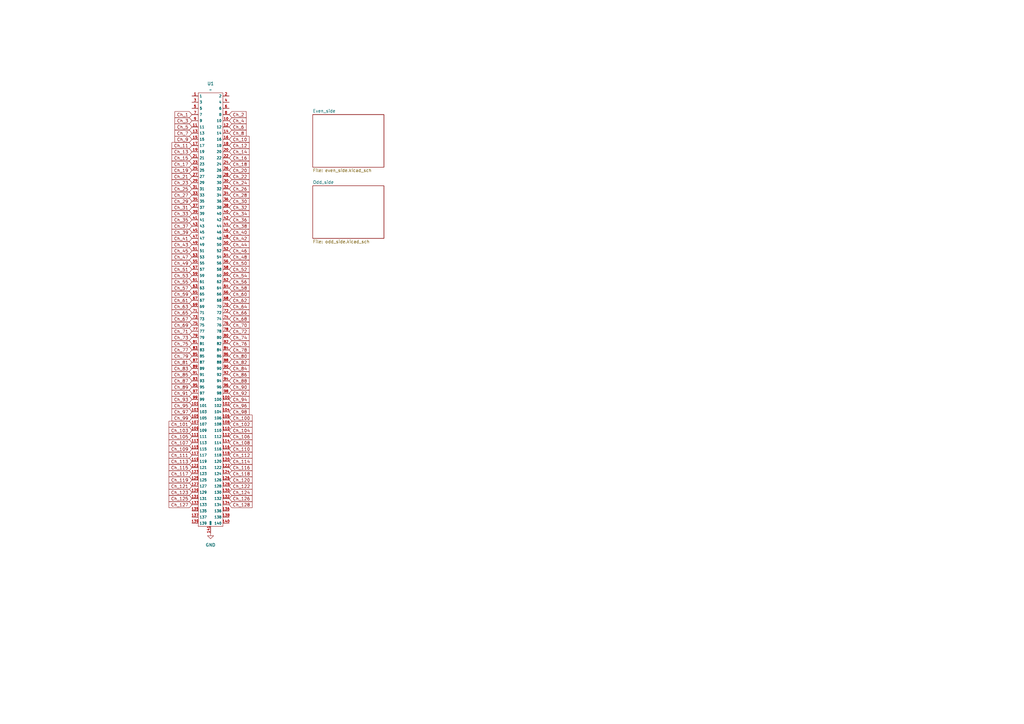
<source format=kicad_sch>
(kicad_sch (version 20231120) (generator "eeschema") (generator_version "8.0")
  (paper "A3")
  (lib_symbols
    (symbol "FX10:FX10-140"
      (property "Reference" "U1" (at 5.08 1.27 0))
      (property "Value" "~" (at 5.08 -1.27 0))
      (symbol "FX10-140_0_1"
        (rectangle (start 0 -2.54) (end 10.16 -180.34))
      )
      (symbol "FX10-140_1_1"
        (pin input line (at 12.7 -3.81 180) (length 2.54) (name "1") (number "1"))
        (pin input line (at -2.54 -13.97 0) (length 2.54) (name "10") (number "10"))
        (pin input line (at -2.54 -128.27 0) (length 2.54) (name "100") (number "100"))
        (pin input line (at 12.7 -130.81 180) (length 2.54) (name "101") (number "101"))
        (pin input line (at -2.54 -130.81 0) (length 2.54) (name "102") (number "102"))
        (pin input line (at 12.7 -133.35 180) (length 2.54) (name "103") (number "103"))
        (pin input line (at -2.54 -133.35 0) (length 2.54) (name "104") (number "104"))
        (pin input line (at 12.7 -135.89 180) (length 2.54) (name "105") (number "105"))
        (pin input line (at -2.54 -135.89 0) (length 2.54) (name "106") (number "106"))
        (pin input line (at 12.7 -138.43 180) (length 2.54) (name "107") (number "107"))
        (pin input line (at -2.54 -138.43 0) (length 2.54) (name "108") (number "108"))
        (pin input line (at 12.7 -140.97 180) (length 2.54) (name "109") (number "109"))
        (pin input line (at 12.7 -16.51 180) (length 2.54) (name "11") (number "11"))
        (pin input line (at -2.54 -140.97 0) (length 2.54) (name "110") (number "110"))
        (pin input line (at 12.7 -143.51 180) (length 2.54) (name "111") (number "111"))
        (pin input line (at -2.54 -143.51 0) (length 2.54) (name "112") (number "112"))
        (pin input line (at 12.7 -146.05 180) (length 2.54) (name "113") (number "113"))
        (pin input line (at -2.54 -146.05 0) (length 2.54) (name "114") (number "114"))
        (pin input line (at 12.7 -148.59 180) (length 2.54) (name "115") (number "115"))
        (pin input line (at -2.54 -148.59 0) (length 2.54) (name "116") (number "116"))
        (pin input line (at 12.7 -151.13 180) (length 2.54) (name "117") (number "117"))
        (pin input line (at -2.54 -151.13 0) (length 2.54) (name "118") (number "118"))
        (pin input line (at 12.7 -153.67 180) (length 2.54) (name "119") (number "119"))
        (pin input line (at -2.54 -16.51 0) (length 2.54) (name "12") (number "12"))
        (pin input line (at -2.54 -153.67 0) (length 2.54) (name "120") (number "120"))
        (pin input line (at 12.7 -156.21 180) (length 2.54) (name "121") (number "121"))
        (pin input line (at -2.54 -156.21 0) (length 2.54) (name "122") (number "122"))
        (pin input line (at 12.7 -158.75 180) (length 2.54) (name "123") (number "123"))
        (pin input line (at -2.54 -158.75 0) (length 2.54) (name "124") (number "124"))
        (pin input line (at 12.7 -161.29 180) (length 2.54) (name "125") (number "125"))
        (pin input line (at -2.54 -161.29 0) (length 2.54) (name "126") (number "126"))
        (pin input line (at 12.7 -163.83 180) (length 2.54) (name "127") (number "127"))
        (pin input line (at -2.54 -163.83 0) (length 2.54) (name "128") (number "128"))
        (pin input line (at 12.7 -166.37 180) (length 2.54) (name "129") (number "129"))
        (pin input line (at 12.7 -19.05 180) (length 2.54) (name "13") (number "13"))
        (pin input line (at -2.54 -166.37 0) (length 2.54) (name "130") (number "130"))
        (pin input line (at 12.7 -168.91 180) (length 2.54) (name "131") (number "131"))
        (pin input line (at -2.54 -168.91 0) (length 2.54) (name "132") (number "132"))
        (pin input line (at 12.7 -171.45 180) (length 2.54) (name "133") (number "133"))
        (pin input line (at -2.54 -171.45 0) (length 2.54) (name "134") (number "134"))
        (pin input line (at 12.7 -173.99 180) (length 2.54) (name "135") (number "135"))
        (pin input line (at -2.54 -173.99 0) (length 2.54) (name "136") (number "136"))
        (pin input line (at 12.7 -176.53 180) (length 2.54) (name "137") (number "137"))
        (pin input line (at -2.54 -176.53 0) (length 2.54) (name "138") (number "138"))
        (pin input line (at 12.7 -179.07 180) (length 2.54) (name "139") (number "139"))
        (pin input line (at -2.54 -19.05 0) (length 2.54) (name "14") (number "14"))
        (pin input line (at -2.54 -179.07 0) (length 2.54) (name "140") (number "140"))
        (pin input line (at 5.08 -182.88 90) (length 2.54) (name "GND") (number "141"))
        (pin input line (at 12.7 -21.59 180) (length 2.54) (name "15") (number "15"))
        (pin input line (at -2.54 -21.59 0) (length 2.54) (name "16") (number "16"))
        (pin input line (at 12.7 -24.13 180) (length 2.54) (name "17") (number "17"))
        (pin input line (at -2.54 -24.13 0) (length 2.54) (name "18") (number "18"))
        (pin input line (at 12.7 -26.67 180) (length 2.54) (name "19") (number "19"))
        (pin input line (at -2.54 -3.81 0) (length 2.54) (name "2") (number "2"))
        (pin input line (at -2.54 -26.67 0) (length 2.54) (name "20") (number "20"))
        (pin input line (at 12.7 -29.21 180) (length 2.54) (name "21") (number "21"))
        (pin input line (at -2.54 -29.21 0) (length 2.54) (name "22") (number "22"))
        (pin input line (at 12.7 -31.75 180) (length 2.54) (name "23") (number "23"))
        (pin input line (at -2.54 -31.75 0) (length 2.54) (name "24") (number "24"))
        (pin input line (at 12.7 -34.29 180) (length 2.54) (name "25") (number "25"))
        (pin input line (at -2.54 -34.29 0) (length 2.54) (name "26") (number "26"))
        (pin input line (at 12.7 -36.83 180) (length 2.54) (name "27") (number "27"))
        (pin input line (at -2.54 -36.83 0) (length 2.54) (name "28") (number "28"))
        (pin input line (at 12.7 -39.37 180) (length 2.54) (name "29") (number "29"))
        (pin input line (at 12.7 -6.35 180) (length 2.54) (name "3") (number "3"))
        (pin input line (at -2.54 -39.37 0) (length 2.54) (name "30") (number "30"))
        (pin input line (at 12.7 -41.91 180) (length 2.54) (name "31") (number "31"))
        (pin input line (at -2.54 -41.91 0) (length 2.54) (name "32") (number "32"))
        (pin input line (at 12.7 -44.45 180) (length 2.54) (name "33") (number "33"))
        (pin input line (at -2.54 -44.45 0) (length 2.54) (name "34") (number "34"))
        (pin input line (at 12.7 -46.99 180) (length 2.54) (name "35") (number "35"))
        (pin input line (at -2.54 -46.99 0) (length 2.54) (name "36") (number "36"))
        (pin input line (at 12.7 -49.53 180) (length 2.54) (name "37") (number "37"))
        (pin input line (at -2.54 -49.53 0) (length 2.54) (name "38") (number "38"))
        (pin input line (at 12.7 -52.07 180) (length 2.54) (name "39") (number "39"))
        (pin input line (at -2.54 -6.35 0) (length 2.54) (name "4") (number "4"))
        (pin input line (at -2.54 -52.07 0) (length 2.54) (name "40") (number "40"))
        (pin input line (at 12.7 -54.61 180) (length 2.54) (name "41") (number "41"))
        (pin input line (at -2.54 -54.61 0) (length 2.54) (name "42") (number "42"))
        (pin input line (at 12.7 -57.15 180) (length 2.54) (name "43") (number "43"))
        (pin input line (at -2.54 -57.15 0) (length 2.54) (name "44") (number "44"))
        (pin input line (at 12.7 -59.69 180) (length 2.54) (name "45") (number "45"))
        (pin input line (at -2.54 -59.69 0) (length 2.54) (name "46") (number "46"))
        (pin input line (at 12.7 -62.23 180) (length 2.54) (name "47") (number "47"))
        (pin input line (at -2.54 -62.23 0) (length 2.54) (name "48") (number "48"))
        (pin input line (at 12.7 -64.77 180) (length 2.54) (name "49") (number "49"))
        (pin input line (at 12.7 -8.89 180) (length 2.54) (name "5") (number "5"))
        (pin input line (at -2.54 -64.77 0) (length 2.54) (name "50") (number "50"))
        (pin input line (at 12.7 -67.31 180) (length 2.54) (name "51") (number "51"))
        (pin input line (at -2.54 -67.31 0) (length 2.54) (name "52") (number "52"))
        (pin input line (at 12.7 -69.85 180) (length 2.54) (name "53") (number "53"))
        (pin input line (at -2.54 -69.85 0) (length 2.54) (name "54") (number "54"))
        (pin input line (at 12.7 -72.39 180) (length 2.54) (name "55") (number "55"))
        (pin input line (at -2.54 -72.39 0) (length 2.54) (name "56") (number "56"))
        (pin input line (at 12.7 -74.93 180) (length 2.54) (name "57") (number "57"))
        (pin input line (at -2.54 -74.93 0) (length 2.54) (name "58") (number "58"))
        (pin input line (at 12.7 -77.47 180) (length 2.54) (name "59") (number "59"))
        (pin input line (at -2.54 -8.89 0) (length 2.54) (name "6") (number "6"))
        (pin input line (at -2.54 -77.47 0) (length 2.54) (name "60") (number "60"))
        (pin input line (at 12.7 -80.01 180) (length 2.54) (name "61") (number "61"))
        (pin input line (at -2.54 -80.01 0) (length 2.54) (name "62") (number "62"))
        (pin input line (at 12.7 -82.55 180) (length 2.54) (name "63") (number "63"))
        (pin input line (at -2.54 -82.55 0) (length 2.54) (name "64") (number "64"))
        (pin input line (at 12.7 -85.09 180) (length 2.54) (name "65") (number "65"))
        (pin input line (at -2.54 -85.09 0) (length 2.54) (name "66") (number "66"))
        (pin input line (at 12.7 -87.63 180) (length 2.54) (name "67") (number "67"))
        (pin input line (at -2.54 -87.63 0) (length 2.54) (name "68") (number "68"))
        (pin input line (at 12.7 -90.17 180) (length 2.54) (name "69") (number "69"))
        (pin input line (at 12.7 -11.43 180) (length 2.54) (name "7") (number "7"))
        (pin input line (at -2.54 -90.17 0) (length 2.54) (name "70") (number "70"))
        (pin input line (at 12.7 -92.71 180) (length 2.54) (name "71") (number "71"))
        (pin input line (at -2.54 -92.71 0) (length 2.54) (name "72") (number "72"))
        (pin input line (at 12.7 -95.25 180) (length 2.54) (name "73") (number "73"))
        (pin input line (at -2.54 -95.25 0) (length 2.54) (name "74") (number "74"))
        (pin input line (at 12.7 -97.79 180) (length 2.54) (name "75") (number "75"))
        (pin input line (at -2.54 -97.79 0) (length 2.54) (name "76") (number "76"))
        (pin input line (at 12.7 -100.33 180) (length 2.54) (name "77") (number "77"))
        (pin input line (at -2.54 -100.33 0) (length 2.54) (name "78") (number "78"))
        (pin input line (at 12.7 -102.87 180) (length 2.54) (name "79") (number "79"))
        (pin input line (at -2.54 -11.43 0) (length 2.54) (name "8") (number "8"))
        (pin input line (at -2.54 -102.87 0) (length 2.54) (name "80") (number "80"))
        (pin input line (at 12.7 -105.41 180) (length 2.54) (name "81") (number "81"))
        (pin input line (at -2.54 -105.41 0) (length 2.54) (name "82") (number "82"))
        (pin input line (at 12.7 -107.95 180) (length 2.54) (name "83") (number "83"))
        (pin input line (at -2.54 -107.95 0) (length 2.54) (name "84") (number "84"))
        (pin input line (at 12.7 -110.49 180) (length 2.54) (name "85") (number "85"))
        (pin input line (at -2.54 -110.49 0) (length 2.54) (name "86") (number "86"))
        (pin input line (at 12.7 -113.03 180) (length 2.54) (name "87") (number "87"))
        (pin input line (at -2.54 -113.03 0) (length 2.54) (name "88") (number "88"))
        (pin input line (at 12.7 -115.57 180) (length 2.54) (name "89") (number "89"))
        (pin input line (at 12.7 -13.97 180) (length 2.54) (name "9") (number "9"))
        (pin input line (at -2.54 -115.57 0) (length 2.54) (name "90") (number "90"))
        (pin input line (at 12.7 -118.11 180) (length 2.54) (name "91") (number "91"))
        (pin input line (at -2.54 -118.11 0) (length 2.54) (name "92") (number "92"))
        (pin input line (at 12.7 -120.65 180) (length 2.54) (name "93") (number "93"))
        (pin input line (at -2.54 -120.65 0) (length 2.54) (name "94") (number "94"))
        (pin input line (at 12.7 -123.19 180) (length 2.54) (name "95") (number "95"))
        (pin input line (at -2.54 -123.19 0) (length 2.54) (name "96") (number "96"))
        (pin input line (at 12.7 -125.73 180) (length 2.54) (name "97") (number "97"))
        (pin input line (at -2.54 -125.73 0) (length 2.54) (name "98") (number "98"))
        (pin input line (at 12.7 -128.27 180) (length 2.54) (name "99") (number "99"))
      )
    )
    (symbol "power:GND" (power) (pin_numbers hide) (pin_names (offset 0) hide)
      (property "Value" "GND" (at 0 -3.81 0))
      (symbol "GND_0_1"
        (polyline (pts (xy 0 0) (xy 0 -1.27) (xy 1.27 -1.27) (xy 0 -2.54) (xy -1.27 -1.27) (xy 0 -1.27)))
      )
      (symbol "GND_1_1"
        (pin power_in line (at 0 0 270) (length 0) (name "~") (number "1"))
      )
    )
  )
  (global_label "Ch_92" (shape input) (at 93.98 161.29 0) (property "Intersheetrefs" "${INTERSHEET_REFS}" (effects (hide yes))))
  (global_label "Ch_69" (shape input) (at 78.74 133.35 180) (property "Intersheetrefs" "${INTERSHEET_REFS}" (effects (hide yes))))
  (global_label "Ch_83" (shape input) (at 78.74 151.13 180) (property "Intersheetrefs" "${INTERSHEET_REFS}" (effects (hide yes))))
  (global_label "Ch_107" (shape input) (at 78.74 181.61 180) (property "Intersheetrefs" "${INTERSHEET_REFS}" (effects (hide yes))))
  (global_label "Ch_3" (shape input) (at 78.74 49.53 180) (property "Intersheetrefs" "${INTERSHEET_REFS}" (effects (hide yes))))
  (global_label "Ch_34" (shape input) (at 93.98 87.63 0) (property "Intersheetrefs" "${INTERSHEET_REFS}" (effects (hide yes))))
  (global_label "Ch_45" (shape input) (at 78.74 102.87 180) (property "Intersheetrefs" "${INTERSHEET_REFS}" (effects (hide yes))))
  (global_label "Ch_95" (shape input) (at 78.74 166.37 180) (property "Intersheetrefs" "${INTERSHEET_REFS}" (effects (hide yes))))
  (global_label "Ch_68" (shape input) (at 93.98 130.81 0) (property "Intersheetrefs" "${INTERSHEET_REFS}" (effects (hide yes))))
  (global_label "Ch_25" (shape input) (at 78.74 77.47 180) (property "Intersheetrefs" "${INTERSHEET_REFS}" (effects (hide yes))))
  (global_label "Ch_65" (shape input) (at 78.74 128.27 180) (property "Intersheetrefs" "${INTERSHEET_REFS}" (effects (hide yes))))
  (global_label "Ch_55" (shape input) (at 78.74 115.57 180) (property "Intersheetrefs" "${INTERSHEET_REFS}" (effects (hide yes))))
  (global_label "Ch_50" (shape input) (at 93.98 107.95 0) (property "Intersheetrefs" "${INTERSHEET_REFS}" (effects (hide yes))))
  (global_label "Ch_31" (shape input) (at 78.74 85.09 180) (property "Intersheetrefs" "${INTERSHEET_REFS}" (effects (hide yes))))
  (global_label "Ch_7" (shape input) (at 78.74 54.61 180) (property "Intersheetrefs" "${INTERSHEET_REFS}" (effects (hide yes))))
  (global_label "Ch_13" (shape input) (at 78.74 62.23 180) (property "Intersheetrefs" "${INTERSHEET_REFS}" (effects (hide yes))))
  (global_label "Ch_96" (shape input) (at 93.98 166.37 0) (property "Intersheetrefs" "${INTERSHEET_REFS}" (effects (hide yes))))
  (global_label "Ch_84" (shape input) (at 93.98 151.13 0) (property "Intersheetrefs" "${INTERSHEET_REFS}" (effects (hide yes))))
  (global_label "Ch_70" (shape input) (at 93.98 133.35 0) (property "Intersheetrefs" "${INTERSHEET_REFS}" (effects (hide yes))))
  (global_label "Ch_90" (shape input) (at 93.98 158.75 0) (property "Intersheetrefs" "${INTERSHEET_REFS}" (effects (hide yes))))
  (global_label "Ch_74" (shape input) (at 93.98 138.43 0) (property "Intersheetrefs" "${INTERSHEET_REFS}" (effects (hide yes))))
  (global_label "Ch_108" (shape input) (at 93.98 181.61 0) (property "Intersheetrefs" "${INTERSHEET_REFS}" (effects (hide yes))))
  (global_label "Ch_1" (shape input) (at 78.74 46.99 180) (property "Intersheetrefs" "${INTERSHEET_REFS}" (effects (hide yes))))
  (global_label "Ch_73" (shape input) (at 78.74 138.43 180) (property "Intersheetrefs" "${INTERSHEET_REFS}" (effects (hide yes))))
  (global_label "Ch_87" (shape input) (at 78.74 156.21 180) (property "Intersheetrefs" "${INTERSHEET_REFS}" (effects (hide yes))))
  (global_label "Ch_8" (shape input) (at 93.98 54.61 0) (property "Intersheetrefs" "${INTERSHEET_REFS}" (effects (hide yes))))
  (global_label "Ch_114" (shape input) (at 93.98 189.23 0) (property "Intersheetrefs" "${INTERSHEET_REFS}" (effects (hide yes))))
  (global_label "Ch_35" (shape input) (at 78.74 90.17 180) (property "Intersheetrefs" "${INTERSHEET_REFS}" (effects (hide yes))))
  (global_label "Ch_51" (shape input) (at 78.74 110.49 180) (property "Intersheetrefs" "${INTERSHEET_REFS}" (effects (hide yes))))
  (global_label "Ch_14" (shape input) (at 93.98 62.23 0) (property "Intersheetrefs" "${INTERSHEET_REFS}" (effects (hide yes))))
  (global_label "Ch_27" (shape input) (at 78.74 80.01 180) (property "Intersheetrefs" "${INTERSHEET_REFS}" (effects (hide yes))))
  (global_label "Ch_59" (shape input) (at 78.74 120.65 180) (property "Intersheetrefs" "${INTERSHEET_REFS}" (effects (hide yes))))
  (global_label "Ch_78" (shape input) (at 93.98 143.51 0) (property "Intersheetrefs" "${INTERSHEET_REFS}" (effects (hide yes))))
  (global_label "Ch_12" (shape input) (at 93.98 59.69 0) (property "Intersheetrefs" "${INTERSHEET_REFS}" (effects (hide yes))))
  (global_label "Ch_48" (shape input) (at 93.98 105.41 0) (property "Intersheetrefs" "${INTERSHEET_REFS}" (effects (hide yes))))
  (global_label "Ch_5" (shape input) (at 78.74 52.07 180) (property "Intersheetrefs" "${INTERSHEET_REFS}" (effects (hide yes))))
  (global_label "Ch_98" (shape input) (at 93.98 168.91 0) (property "Intersheetrefs" "${INTERSHEET_REFS}" (effects (hide yes))))
  (global_label "Ch_100" (shape input) (at 93.98 171.45 0) (property "Intersheetrefs" "${INTERSHEET_REFS}" (effects (hide yes))))
  (global_label "Ch_61" (shape input) (at 78.74 123.19 180) (property "Intersheetrefs" "${INTERSHEET_REFS}" (effects (hide yes))))
  (global_label "Ch_104" (shape input) (at 93.98 176.53 0) (property "Intersheetrefs" "${INTERSHEET_REFS}" (effects (hide yes))))
  (global_label "Ch_39" (shape input) (at 78.74 95.25 180) (property "Intersheetrefs" "${INTERSHEET_REFS}" (effects (hide yes))))
  (global_label "Ch_80" (shape input) (at 93.98 146.05 0) (property "Intersheetrefs" "${INTERSHEET_REFS}" (effects (hide yes))))
  (global_label "Ch_42" (shape input) (at 93.98 97.79 0) (property "Intersheetrefs" "${INTERSHEET_REFS}" (effects (hide yes))))
  (global_label "Ch_91" (shape input) (at 78.74 161.29 180) (property "Intersheetrefs" "${INTERSHEET_REFS}" (effects (hide yes))))
  (global_label "Ch_21" (shape input) (at 78.74 72.39 180) (property "Intersheetrefs" "${INTERSHEET_REFS}" (effects (hide yes))))
  (global_label "Ch_93" (shape input) (at 78.74 163.83 180) (property "Intersheetrefs" "${INTERSHEET_REFS}" (effects (hide yes))))
  (global_label "Ch_88" (shape input) (at 93.98 156.21 0) (property "Intersheetrefs" "${INTERSHEET_REFS}" (effects (hide yes))))
  (global_label "Ch_56" (shape input) (at 93.98 115.57 0) (property "Intersheetrefs" "${INTERSHEET_REFS}" (effects (hide yes))))
  (global_label "Ch_103" (shape input) (at 78.74 176.53 180) (property "Intersheetrefs" "${INTERSHEET_REFS}" (effects (hide yes))))
  (global_label "Ch_24" (shape input) (at 93.98 74.93 0) (property "Intersheetrefs" "${INTERSHEET_REFS}" (effects (hide yes))))
  (global_label "Ch_127" (shape input) (at 78.74 207.01 180) (property "Intersheetrefs" "${INTERSHEET_REFS}" (effects (hide yes))))
  (global_label "Ch_63" (shape input) (at 78.74 125.73 180) (property "Intersheetrefs" "${INTERSHEET_REFS}" (effects (hide yes))))
  (global_label "Ch_49" (shape input) (at 78.74 107.95 180) (property "Intersheetrefs" "${INTERSHEET_REFS}" (effects (hide yes))))
  (global_label "Ch_11" (shape input) (at 78.74 59.69 180) (property "Intersheetrefs" "${INTERSHEET_REFS}" (effects (hide yes))))
  (global_label "Ch_43" (shape input) (at 78.74 100.33 180) (property "Intersheetrefs" "${INTERSHEET_REFS}" (effects (hide yes))))
  (global_label "Ch_119" (shape input) (at 78.74 196.85 180) (property "Intersheetrefs" "${INTERSHEET_REFS}" (effects (hide yes))))
  (global_label "Ch_89" (shape input) (at 78.74 158.75 180) (property "Intersheetrefs" "${INTERSHEET_REFS}" (effects (hide yes))))
  (global_label "Ch_18" (shape input) (at 93.98 67.31 0) (property "Intersheetrefs" "${INTERSHEET_REFS}" (effects (hide yes))))
  (global_label "Ch_4" (shape input) (at 93.98 49.53 0) (property "Intersheetrefs" "${INTERSHEET_REFS}" (effects (hide yes))))
  (global_label "Ch_116" (shape input) (at 93.98 191.77 0) (property "Intersheetrefs" "${INTERSHEET_REFS}" (effects (hide yes))))
  (global_label "Ch_86" (shape input) (at 93.98 153.67 0) (property "Intersheetrefs" "${INTERSHEET_REFS}" (effects (hide yes))))
  (global_label "Ch_47" (shape input) (at 78.74 105.41 180) (property "Intersheetrefs" "${INTERSHEET_REFS}" (effects (hide yes))))
  (global_label "Ch_79" (shape input) (at 78.74 146.05 180) (property "Intersheetrefs" "${INTERSHEET_REFS}" (effects (hide yes))))
  (global_label "Ch_33" (shape input) (at 78.74 87.63 180) (property "Intersheetrefs" "${INTERSHEET_REFS}" (effects (hide yes))))
  (global_label "Ch_115" (shape input) (at 78.74 191.77 180) (property "Intersheetrefs" "${INTERSHEET_REFS}" (effects (hide yes))))
  (global_label "Ch_46" (shape input) (at 93.98 102.87 0) (property "Intersheetrefs" "${INTERSHEET_REFS}" (effects (hide yes))))
  (global_label "Ch_94" (shape input) (at 93.98 163.83 0) (property "Intersheetrefs" "${INTERSHEET_REFS}" (effects (hide yes))))
  (global_label "Ch_77" (shape input) (at 78.74 143.51 180) (property "Intersheetrefs" "${INTERSHEET_REFS}" (effects (hide yes))))
  (global_label "Ch_30" (shape input) (at 93.98 82.55 0) (property "Intersheetrefs" "${INTERSHEET_REFS}" (effects (hide yes))))
  (global_label "Ch_60" (shape input) (at 93.98 120.65 0) (property "Intersheetrefs" "${INTERSHEET_REFS}" (effects (hide yes))))
  (global_label "Ch_109" (shape input) (at 78.74 184.15 180) (property "Intersheetrefs" "${INTERSHEET_REFS}" (effects (hide yes))))
  (global_label "Ch_75" (shape input) (at 78.74 140.97 180) (property "Intersheetrefs" "${INTERSHEET_REFS}" (effects (hide yes))))
  (global_label "Ch_36" (shape input) (at 93.98 90.17 0) (property "Intersheetrefs" "${INTERSHEET_REFS}" (effects (hide yes))))
  (global_label "Ch_17" (shape input) (at 78.74 67.31 180) (property "Intersheetrefs" "${INTERSHEET_REFS}" (effects (hide yes))))
  (global_label "Ch_67" (shape input) (at 78.74 130.81 180) (property "Intersheetrefs" "${INTERSHEET_REFS}" (effects (hide yes))))
  (global_label "Ch_64" (shape input) (at 93.98 125.73 0) (property "Intersheetrefs" "${INTERSHEET_REFS}" (effects (hide yes))))
  (global_label "Ch_2" (shape input) (at 93.98 46.99 0) (property "Intersheetrefs" "${INTERSHEET_REFS}" (effects (hide yes))))
  (global_label "Ch_15" (shape input) (at 78.74 64.77 180) (property "Intersheetrefs" "${INTERSHEET_REFS}" (effects (hide yes))))
  (global_label "Ch_66" (shape input) (at 93.98 128.27 0) (property "Intersheetrefs" "${INTERSHEET_REFS}" (effects (hide yes))))
  (global_label "Ch_6" (shape input) (at 93.98 52.07 0) (property "Intersheetrefs" "${INTERSHEET_REFS}" (effects (hide yes))))
  (global_label "Ch_106" (shape input) (at 93.98 179.07 0) (property "Intersheetrefs" "${INTERSHEET_REFS}" (effects (hide yes))))
  (global_label "Ch_10" (shape input) (at 93.98 57.15 0) (property "Intersheetrefs" "${INTERSHEET_REFS}" (effects (hide yes))))
  (global_label "Ch_76" (shape input) (at 93.98 140.97 0) (property "Intersheetrefs" "${INTERSHEET_REFS}" (effects (hide yes))))
  (global_label "Ch_29" (shape input) (at 78.74 82.55 180) (property "Intersheetrefs" "${INTERSHEET_REFS}" (effects (hide yes))))
  (global_label "Ch_101" (shape input) (at 78.74 173.99 180) (property "Intersheetrefs" "${INTERSHEET_REFS}" (effects (hide yes))))
  (global_label "Ch_126" (shape input) (at 93.98 204.47 0) (property "Intersheetrefs" "${INTERSHEET_REFS}" (effects (hide yes))))
  (global_label "Ch_118" (shape input) (at 93.98 194.31 0) (property "Intersheetrefs" "${INTERSHEET_REFS}" (effects (hide yes))))
  (global_label "Ch_58" (shape input) (at 93.98 118.11 0) (property "Intersheetrefs" "${INTERSHEET_REFS}" (effects (hide yes))))
  (global_label "Ch_23" (shape input) (at 78.74 74.93 180) (property "Intersheetrefs" "${INTERSHEET_REFS}" (effects (hide yes))))
  (global_label "Ch_37" (shape input) (at 78.74 92.71 180) (property "Intersheetrefs" "${INTERSHEET_REFS}" (effects (hide yes))))
  (global_label "Ch_122" (shape input) (at 93.98 199.39 0) (property "Intersheetrefs" "${INTERSHEET_REFS}" (effects (hide yes))))
  (global_label "Ch_111" (shape input) (at 78.74 186.69 180) (property "Intersheetrefs" "${INTERSHEET_REFS}" (effects (hide yes))))
  (global_label "Ch_19" (shape input) (at 78.74 69.85 180) (property "Intersheetrefs" "${INTERSHEET_REFS}" (effects (hide yes))))
  (global_label "Ch_44" (shape input) (at 93.98 100.33 0) (property "Intersheetrefs" "${INTERSHEET_REFS}" (effects (hide yes))))
  (global_label "Ch_28" (shape input) (at 93.98 80.01 0) (property "Intersheetrefs" "${INTERSHEET_REFS}" (effects (hide yes))))
  (global_label "Ch_125" (shape input) (at 78.74 204.47 180) (property "Intersheetrefs" "${INTERSHEET_REFS}" (effects (hide yes))))
  (global_label "Ch_40" (shape input) (at 93.98 95.25 0) (property "Intersheetrefs" "${INTERSHEET_REFS}" (effects (hide yes))))
  (global_label "Ch_57" (shape input) (at 78.74 118.11 180) (property "Intersheetrefs" "${INTERSHEET_REFS}" (effects (hide yes))))
  (global_label "Ch_117" (shape input) (at 78.74 194.31 180) (property "Intersheetrefs" "${INTERSHEET_REFS}" (effects (hide yes))))
  (global_label "Ch_38" (shape input) (at 93.98 92.71 0) (property "Intersheetrefs" "${INTERSHEET_REFS}" (effects (hide yes))))
  (global_label "Ch_102" (shape input) (at 93.98 173.99 0) (property "Intersheetrefs" "${INTERSHEET_REFS}" (effects (hide yes))))
  (global_label "Ch_22" (shape input) (at 93.98 72.39 0) (property "Intersheetrefs" "${INTERSHEET_REFS}" (effects (hide yes))))
  (global_label "Ch_53" (shape input) (at 78.74 113.03 180) (property "Intersheetrefs" "${INTERSHEET_REFS}" (effects (hide yes))))
  (global_label "Ch_99" (shape input) (at 78.74 171.45 180) (property "Intersheetrefs" "${INTERSHEET_REFS}" (effects (hide yes))))
  (global_label "Ch_71" (shape input) (at 78.74 135.89 180) (property "Intersheetrefs" "${INTERSHEET_REFS}" (effects (hide yes))))
  (global_label "Ch_105" (shape input) (at 78.74 179.07 180) (property "Intersheetrefs" "${INTERSHEET_REFS}" (effects (hide yes))))
  (global_label "Ch_124" (shape input) (at 93.98 201.93 0) (property "Intersheetrefs" "${INTERSHEET_REFS}" (effects (hide yes))))
  (global_label "Ch_16" (shape input) (at 93.98 64.77 0) (property "Intersheetrefs" "${INTERSHEET_REFS}" (effects (hide yes))))
  (global_label "Ch_120" (shape input) (at 93.98 196.85 0) (property "Intersheetrefs" "${INTERSHEET_REFS}" (effects (hide yes))))
  (global_label "Ch_26" (shape input) (at 93.98 77.47 0) (property "Intersheetrefs" "${INTERSHEET_REFS}" (effects (hide yes))))
  (global_label "Ch_9" (shape input) (at 78.74 57.15 180) (property "Intersheetrefs" "${INTERSHEET_REFS}" (effects (hide yes))))
  (global_label "Ch_128" (shape input) (at 93.98 207.01 0) (property "Intersheetrefs" "${INTERSHEET_REFS}" (effects (hide yes))))
  (global_label "Ch_97" (shape input) (at 78.74 168.91 180) (property "Intersheetrefs" "${INTERSHEET_REFS}" (effects (hide yes))))
  (global_label "Ch_82" (shape input) (at 93.98 148.59 0) (property "Intersheetrefs" "${INTERSHEET_REFS}" (effects (hide yes))))
  (global_label "Ch_112" (shape input) (at 93.98 186.69 0) (property "Intersheetrefs" "${INTERSHEET_REFS}" (effects (hide yes))))
  (global_label "Ch_52" (shape input) (at 93.98 110.49 0) (property "Intersheetrefs" "${INTERSHEET_REFS}" (effects (hide yes))))
  (global_label "Ch_20" (shape input) (at 93.98 69.85 0) (property "Intersheetrefs" "${INTERSHEET_REFS}" (effects (hide yes))))
  (global_label "Ch_121" (shape input) (at 78.74 199.39 180) (property "Intersheetrefs" "${INTERSHEET_REFS}" (effects (hide yes))))
  (global_label "Ch_62" (shape input) (at 93.98 123.19 0) (property "Intersheetrefs" "${INTERSHEET_REFS}" (effects (hide yes))))
  (global_label "Ch_110" (shape input) (at 93.98 184.15 0) (property "Intersheetrefs" "${INTERSHEET_REFS}" (effects (hide yes))))
  (global_label "Ch_72" (shape input) (at 93.98 135.89 0) (property "Intersheetrefs" "${INTERSHEET_REFS}" (effects (hide yes))))
  (global_label "Ch_54" (shape input) (at 93.98 113.03 0) (property "Intersheetrefs" "${INTERSHEET_REFS}" (effects (hide yes))))
  (global_label "Ch_41" (shape input) (at 78.74 97.79 180) (property "Intersheetrefs" "${INTERSHEET_REFS}" (effects (hide yes))))
  (global_label "Ch_123" (shape input) (at 78.74 201.93 180) (property "Intersheetrefs" "${INTERSHEET_REFS}" (effects (hide yes))))
  (global_label "Ch_113" (shape input) (at 78.74 189.23 180) (property "Intersheetrefs" "${INTERSHEET_REFS}" (effects (hide yes))))
  (global_label "Ch_85" (shape input) (at 78.74 153.67 180) (property "Intersheetrefs" "${INTERSHEET_REFS}" (effects (hide yes))))
  (global_label "Ch_81" (shape input) (at 78.74 148.59 180) (property "Intersheetrefs" "${INTERSHEET_REFS}" (effects (hide yes))))
  (global_label "Ch_32" (shape input) (at 93.98 85.09 0) (property "Intersheetrefs" "${INTERSHEET_REFS}" (effects (hide yes))))
  (symbol (lib_id "FX10:FX10-140") (at 91.44 35.56 0) (mirror y) (unit 1)
    (property "Reference" "U1" (at 86.36 34.29 0))
    (property "Value" "~" (at 86.36 36.83 0))
    (property "Footprint" "Hirose-FX10:Hirose-FX10" (effects (hide yes)))
  )
  (symbol (lib_id "power:GND") (at 86.36 218.44 0) (mirror y) (unit 1)
    (property "Reference" "#PWR01" (effects (hide yes)))
    (property "Value" "GND" (at 86.36 223.52 0))
    (property "Description" "Power symbol creates a global label with name \"GND\" , ground" (effects (hide yes)))
  )
  (sheet (at 128.27 76.2) (size 29.21 21.59) (stroke (width 0.1524))
    (property "Sheetname" "Odd_side" (at 128.27 75.4884 0) (effects (justify left bottom)))
    (property "Sheetfile" "odd_side.kicad_sch" (at 128.27 98.3746 0) (effects (justify left top)))
  )
  (sheet (at 128.27 46.99) (size 29.21 21.59) (stroke (width 0.1524))
    (property "Sheetname" "Even_side" (at 128.27 46.2784 0) (effects (justify left bottom)))
    (property "Sheetfile" "even_side.kicad_sch" (at 128.27 69.1646 0) (effects (justify left top)))
  )
)
</source>
